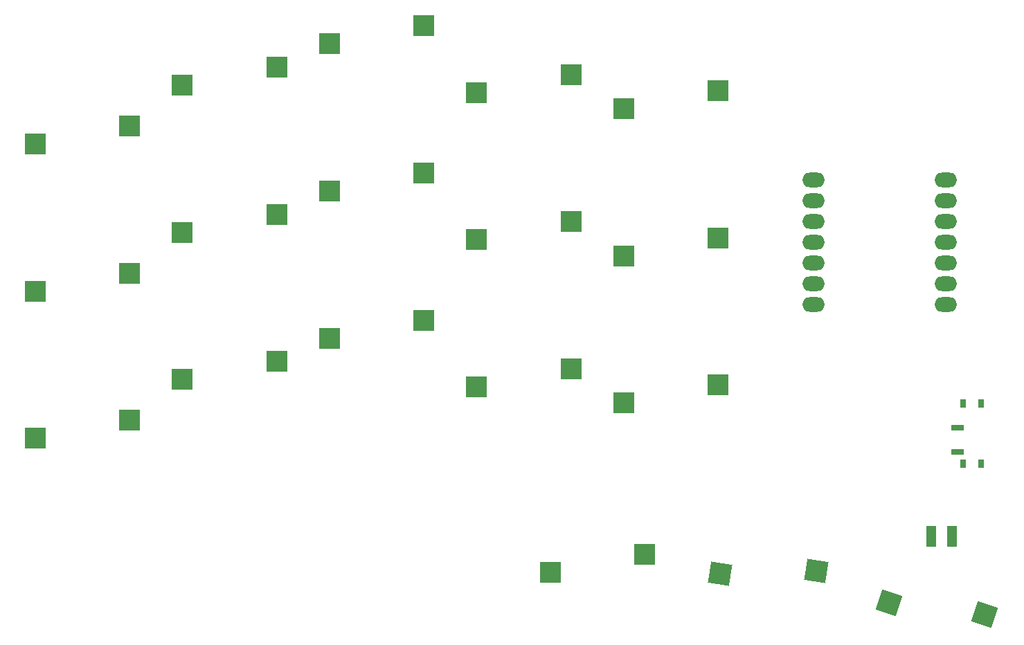
<source format=gbr>
%TF.GenerationSoftware,KiCad,Pcbnew,9.0.4*%
%TF.CreationDate,2025-09-04T10:39:47+02:00*%
%TF.ProjectId,avocado_v3,61766f63-6164-46f5-9f76-332e6b696361,0.0.3*%
%TF.SameCoordinates,Original*%
%TF.FileFunction,Paste,Top*%
%TF.FilePolarity,Positive*%
%FSLAX46Y46*%
G04 Gerber Fmt 4.6, Leading zero omitted, Abs format (unit mm)*
G04 Created by KiCad (PCBNEW 9.0.4) date 2025-09-04 10:39:47*
%MOMM*%
%LPD*%
G01*
G04 APERTURE LIST*
G04 Aperture macros list*
%AMRotRect*
0 Rectangle, with rotation*
0 The origin of the aperture is its center*
0 $1 length*
0 $2 width*
0 $3 Rotation angle, in degrees counterclockwise*
0 Add horizontal line*
21,1,$1,$2,0,0,$3*%
G04 Aperture macros list end*
%ADD10O,2.750000X1.800000*%
%ADD11R,2.600000X2.600000*%
%ADD12RotRect,2.600000X2.600000X351.000000*%
%ADD13RotRect,2.600000X2.600000X342.000000*%
%ADD14R,1.250000X2.500000*%
%ADD15R,0.800000X1.000000*%
%ADD16R,1.500000X0.700000*%
G04 APERTURE END LIST*
D10*
%TO.C,MCU1*%
X129969960Y-38750000D03*
X129969960Y-41290000D03*
X129969960Y-43830000D03*
X129969960Y-46370000D03*
X129969960Y-48910000D03*
X129969960Y-51450000D03*
X129969960Y-53990000D03*
X113780040Y-53990000D03*
X113780040Y-51450000D03*
X113780040Y-48910000D03*
X113780040Y-46370000D03*
X113780040Y-43830000D03*
X113780040Y-41290000D03*
X113780040Y-38750000D03*
%TD*%
D11*
%TO.C,S9*%
X66150000Y-19900000D03*
X54600000Y-22100000D03*
%TD*%
%TO.C,S5*%
X48150000Y-42940000D03*
X36600000Y-45140000D03*
%TD*%
%TO.C,S16*%
X93150000Y-84520000D03*
X81600000Y-86720000D03*
%TD*%
D12*
%TO.C,S17*%
X114152032Y-86546729D03*
X102400076Y-86912827D03*
%TD*%
D13*
%TO.C,S18*%
X134702582Y-91921845D03*
X123038042Y-90445023D03*
%TD*%
D11*
%TO.C,S11*%
X84150000Y-43840000D03*
X72600000Y-46040000D03*
%TD*%
%TO.C,S10*%
X84150000Y-61840000D03*
X72600000Y-64040000D03*
%TD*%
%TO.C,S4*%
X48150000Y-60940000D03*
X36600000Y-63140000D03*
%TD*%
%TO.C,S8*%
X66150000Y-37900000D03*
X54600000Y-40100000D03*
%TD*%
%TO.C,S1*%
X30150000Y-68140000D03*
X18600000Y-70340000D03*
%TD*%
D14*
%TO.C,PAD1*%
X128225000Y-82370000D03*
X130725000Y-82370000D03*
%TD*%
D11*
%TO.C,S3*%
X30150000Y-32140000D03*
X18600000Y-34340000D03*
%TD*%
%TO.C,S12*%
X84150000Y-25840000D03*
X72600000Y-28040000D03*
%TD*%
%TO.C,S13*%
X102150000Y-63820000D03*
X90600000Y-66020000D03*
%TD*%
%TO.C,S15*%
X102150000Y-27820000D03*
X90600000Y-30020000D03*
%TD*%
%TO.C,S7*%
X66150000Y-55900000D03*
X54600000Y-58100000D03*
%TD*%
%TO.C,S6*%
X48150000Y-24940000D03*
X36600000Y-27140000D03*
%TD*%
%TO.C,S2*%
X30150000Y-50140000D03*
X18600000Y-52340000D03*
%TD*%
%TO.C,S14*%
X102150000Y-45820000D03*
X90600000Y-48020000D03*
%TD*%
D15*
%TO.C,T1*%
X132095000Y-73420000D03*
X134305000Y-73420000D03*
X132095000Y-66120000D03*
X134305000Y-66120000D03*
D16*
X131445000Y-72020000D03*
X131445000Y-69020000D03*
%TD*%
M02*

</source>
